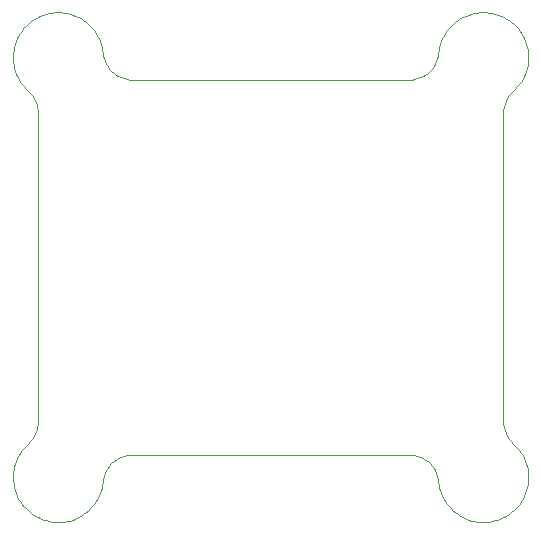
<source format=gko>
G04*
G04 #@! TF.GenerationSoftware,Altium Limited,Altium Designer,19.0.14 (431)*
G04*
G04 Layer_Color=16711935*
%FSLAX25Y25*%
%MOIN*%
G70*
G01*
G75*
%ADD24C,0.00079*%
D24*
X55948Y-71495D02*
X55802Y-70526D01*
X55562Y-69576D01*
X55230Y-68654D01*
X54809Y-67769D01*
X54304Y-66930D01*
X53719Y-66144D01*
X53061Y-65419D01*
X52334Y-64762D01*
X51546Y-64179D01*
X50705Y-63676D01*
X49819Y-63258D01*
X48897Y-62928D01*
X47946Y-62691D01*
X46977Y-62547D01*
X45999Y-62499D01*
X-46000D02*
X-46979Y-62547D01*
X-47948Y-62691D01*
X-48899Y-62928D01*
X-49821Y-63258D01*
X-50707Y-63676D01*
X-51548Y-64179D01*
X-52336Y-64762D01*
X-53062Y-65419D01*
X-53721Y-66144D01*
X-54306Y-66930D01*
X-54811Y-67769D01*
X-55232Y-68654D01*
X-55564Y-69576D01*
X-55804Y-70526D01*
X-55950Y-71495D01*
X-80850Y-58787D02*
X-81577Y-59479D01*
X-82257Y-60219D01*
X-82885Y-61003D01*
X-83459Y-61827D01*
X-83977Y-62687D01*
X-84436Y-63580D01*
X-84835Y-64502D01*
X-85171Y-65449D01*
X-85442Y-66416D01*
X-85649Y-67399D01*
X-85789Y-68393D01*
X-85862Y-69395D01*
X-85868Y-70399D01*
X-85807Y-71402D01*
X-85679Y-72398D01*
X-85485Y-73383D01*
X-85225Y-74353D01*
X-84901Y-75304D01*
X-84513Y-76230D01*
X-84065Y-77129D01*
X-83558Y-77996D01*
X-82994Y-78827D01*
X-82375Y-79618D01*
X-81705Y-80366D01*
X-80986Y-81067D01*
X-80222Y-81719D01*
X-79416Y-82319D01*
X-78572Y-82863D01*
X-77693Y-83349D01*
X-76783Y-83775D01*
X-75848Y-84140D01*
X-74889Y-84441D01*
X-73913Y-84677D01*
X-72923Y-84847D01*
X-71925Y-84951D01*
X-70921Y-84988D01*
X-69917Y-84958D01*
X-68917Y-84860D01*
X-67927Y-84696D01*
X-66949Y-84466D01*
X-65989Y-84171D01*
X-65051Y-83812D01*
X-64139Y-83391D01*
X-63257Y-82910D01*
X-62410Y-82372D01*
X-61600Y-81778D01*
X-60832Y-81130D01*
X-60109Y-80433D01*
X-59434Y-79690D01*
X-58810Y-78902D01*
X-58241Y-78075D01*
X-57728Y-77211D01*
X-57274Y-76316D01*
X-56881Y-75391D01*
X-56551Y-74443D01*
X-56285Y-73474D01*
X-56084Y-72490D01*
X-55950Y-71495D01*
X-80850Y-58787D02*
X-80101Y-58045D01*
X-79435Y-57230D01*
X-78858Y-56348D01*
X-78377Y-55411D01*
X-77997Y-54428D01*
X-77722Y-53411D01*
X-77556Y-52371D01*
X-77501Y-51319D01*
Y51320D02*
X-77556Y52372D01*
X-77722Y53413D01*
X-77997Y54430D01*
X-78377Y55413D01*
X-78858Y56350D01*
X-79435Y57231D01*
X-80101Y58047D01*
X-80850Y58788D01*
X-55950Y71496D02*
X-56084Y72492D01*
X-56285Y73476D01*
X-56551Y74444D01*
X-56881Y75393D01*
X-57274Y76317D01*
X-57728Y77213D01*
X-58241Y78076D01*
X-58810Y78904D01*
X-59434Y79691D01*
X-60109Y80435D01*
X-60832Y81132D01*
X-61600Y81779D01*
X-62409Y82373D01*
X-63257Y82912D01*
X-64139Y83393D01*
X-65051Y83813D01*
X-65989Y84172D01*
X-66949Y84467D01*
X-67927Y84697D01*
X-68917Y84861D01*
X-69917Y84959D01*
X-70921Y84990D01*
X-71925Y84953D01*
X-72923Y84849D01*
X-73913Y84679D01*
X-74889Y84442D01*
X-75848Y84141D01*
X-76784Y83777D01*
X-77693Y83350D01*
X-78572Y82864D01*
X-79416Y82320D01*
X-80222Y81721D01*
X-80986Y81069D01*
X-81705Y80367D01*
X-82375Y79619D01*
X-82994Y78828D01*
X-83558Y77997D01*
X-84065Y77131D01*
X-84513Y76232D01*
X-84901Y75305D01*
X-85225Y74355D01*
X-85485Y73384D01*
X-85679Y72399D01*
X-85807Y71403D01*
X-85868Y70401D01*
X-85862Y69396D01*
X-85789Y68395D01*
X-85649Y67400D01*
X-85442Y66417D01*
X-85171Y65450D01*
X-84835Y64504D01*
X-84436Y63582D01*
X-83977Y62688D01*
X-83459Y61828D01*
X-82885Y61004D01*
X-82257Y60220D01*
X-81577Y59481D01*
X-80850Y58788D01*
X-55950Y71496D02*
X-55804Y70527D01*
X-55564Y69578D01*
X-55232Y68656D01*
X-54811Y67771D01*
X-54306Y66931D01*
X-53721Y66145D01*
X-53062Y65421D01*
X-52336Y64763D01*
X-51548Y64181D01*
X-50707Y63678D01*
X-49821Y63260D01*
X-48899Y62930D01*
X-47948Y62692D01*
X-46979Y62549D01*
X-46000Y62501D01*
X45999D02*
X46977Y62549D01*
X47946Y62692D01*
X48897Y62930D01*
X49819Y63260D01*
X50705Y63678D01*
X51546Y64181D01*
X52334Y64763D01*
X53061Y65421D01*
X53719Y66145D01*
X54304Y66931D01*
X54809Y67771D01*
X55230Y68656D01*
X55562Y69578D01*
X55802Y70527D01*
X55948Y71496D01*
X80848Y58788D02*
X81576Y59481D01*
X82255Y60220D01*
X82883Y61004D01*
X83457Y61828D01*
X83975Y62688D01*
X84434Y63582D01*
X84833Y64504D01*
X85169Y65450D01*
X85440Y66417D01*
X85647Y67400D01*
X85787Y68395D01*
X85860Y69396D01*
X85866Y70400D01*
X85805Y71403D01*
X85677Y72399D01*
X85483Y73384D01*
X85223Y74354D01*
X84899Y75305D01*
X84512Y76232D01*
X84063Y77131D01*
X83556Y77997D01*
X82992Y78828D01*
X82373Y79619D01*
X81703Y80367D01*
X80984Y81069D01*
X80220Y81721D01*
X79414Y82320D01*
X78570Y82864D01*
X77691Y83350D01*
X76782Y83776D01*
X75846Y84141D01*
X74888Y84442D01*
X73911Y84679D01*
X72922Y84849D01*
X71923Y84953D01*
X70919Y84990D01*
X69915Y84959D01*
X68916Y84861D01*
X67925Y84697D01*
X66947Y84467D01*
X65987Y84172D01*
X65049Y83813D01*
X64137Y83393D01*
X63255Y82912D01*
X62408Y82373D01*
X61598Y81779D01*
X60830Y81132D01*
X60107Y80435D01*
X59432Y79691D01*
X58808Y78904D01*
X58239Y78077D01*
X57726Y77213D01*
X57272Y76317D01*
X56879Y75393D01*
X56549Y74444D01*
X56283Y73476D01*
X56082Y72492D01*
X55948Y71496D01*
X80848Y58788D02*
X80100Y58047D01*
X79433Y57231D01*
X78856Y56350D01*
X78375Y55413D01*
X77995Y54430D01*
X77720Y53413D01*
X77555Y52372D01*
X77499Y51320D01*
Y-51319D02*
X77555Y-52371D01*
X77720Y-53411D01*
X77995Y-54428D01*
X78375Y-55411D01*
X78856Y-56348D01*
X79433Y-57230D01*
X80099Y-58045D01*
X80848Y-58787D01*
X55948Y-71495D02*
X56082Y-72490D01*
X56283Y-73474D01*
X56549Y-74443D01*
X56879Y-75391D01*
X57272Y-76315D01*
X57726Y-77211D01*
X58239Y-78075D01*
X58808Y-78902D01*
X59432Y-79690D01*
X60107Y-80433D01*
X60830Y-81130D01*
X61598Y-81778D01*
X62408Y-82372D01*
X63255Y-82910D01*
X64137Y-83391D01*
X65049Y-83812D01*
X65987Y-84171D01*
X66947Y-84466D01*
X67925Y-84696D01*
X68916Y-84860D01*
X69915Y-84958D01*
X70919Y-84988D01*
X71923Y-84951D01*
X72922Y-84847D01*
X73911Y-84677D01*
X74888Y-84441D01*
X75846Y-84140D01*
X76782Y-83775D01*
X77691Y-83349D01*
X78570Y-82863D01*
X79414Y-82319D01*
X80220Y-81719D01*
X80984Y-81068D01*
X81703Y-80366D01*
X82373Y-79618D01*
X82992Y-78827D01*
X83556Y-77996D01*
X84063Y-77129D01*
X84512Y-76231D01*
X84899Y-75304D01*
X85223Y-74353D01*
X85483Y-73383D01*
X85677Y-72398D01*
X85805Y-71402D01*
X85866Y-70399D01*
X85860Y-69395D01*
X85787Y-68393D01*
X85647Y-67399D01*
X85440Y-66416D01*
X85169Y-65449D01*
X84833Y-64502D01*
X84435Y-63580D01*
X83975Y-62687D01*
X83457Y-61827D01*
X82883Y-61003D01*
X82255Y-60219D01*
X81576Y-59479D01*
X80848Y-58787D01*
X-46000Y-62499D02*
X45999D01*
X-77501Y-51319D02*
Y51320D01*
X-46000Y62501D02*
X45999D01*
X77499Y-51319D02*
Y51320D01*
M02*

</source>
